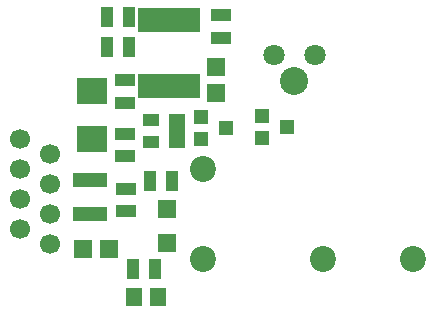
<source format=gbr>
G04 #@! TF.FileFunction,Soldermask,Top*
%FSLAX46Y46*%
G04 Gerber Fmt 4.6, Leading zero omitted, Abs format (unit mm)*
G04 Created by KiCad (PCBNEW 4.0.7-e2-6376~58~ubuntu16.04.1) date Sun Jan 14 05:36:03 2018*
%MOMM*%
%LPD*%
G01*
G04 APERTURE LIST*
%ADD10C,0.100000*%
%ADD11R,1.100000X1.700000*%
%ADD12C,1.700000*%
%ADD13C,1.797000*%
%ADD14C,2.381000*%
%ADD15R,1.700000X1.100000*%
%ADD16R,1.300000X1.200000*%
%ADD17R,1.400000X1.650000*%
%ADD18C,2.200000*%
%ADD19R,2.900000X1.300000*%
%ADD20R,0.750000X2.000000*%
%ADD21R,2.559000X2.178000*%
%ADD22R,1.600000X1.600000*%
%ADD23R,1.460000X1.050000*%
G04 APERTURE END LIST*
D10*
D11*
X151127500Y-92824300D03*
X149227500Y-92824300D03*
D12*
X141922500Y-108204000D03*
X141922500Y-105664000D03*
X141922500Y-103124000D03*
X141922500Y-110744000D03*
X144462500Y-104394000D03*
X144462500Y-106934000D03*
X144462500Y-109474000D03*
X144462500Y-112014000D03*
D13*
X166870260Y-96019620D03*
X163370260Y-96019620D03*
D14*
X165120260Y-98249620D03*
D15*
X150898860Y-107332740D03*
X150898860Y-109232740D03*
X150771860Y-104584540D03*
X150771860Y-102684540D03*
X150807420Y-100043020D03*
X150807420Y-98143020D03*
D11*
X154795260Y-106641900D03*
X152895260Y-106641900D03*
D15*
X158940500Y-92636300D03*
X158940500Y-94536300D03*
D16*
X162391380Y-101180860D03*
X162391380Y-103080860D03*
X164491380Y-102130860D03*
D17*
X153537160Y-116481860D03*
X151537160Y-116481860D03*
D18*
X157416500Y-113317020D03*
X167576500Y-113317020D03*
X175196500Y-113317020D03*
X157416500Y-105697020D03*
D19*
X147835620Y-106568580D03*
X147835620Y-109468580D03*
D20*
X152220500Y-98672300D03*
X152870500Y-98672300D03*
X153520500Y-98672300D03*
X154170500Y-98672300D03*
X154820500Y-98672300D03*
X155470500Y-98672300D03*
X156120500Y-98672300D03*
X156770500Y-98672300D03*
X156770500Y-93072300D03*
X156120500Y-93072300D03*
X155470500Y-93072300D03*
X154820500Y-93072300D03*
X154170500Y-93072300D03*
X153520500Y-93072300D03*
X152870500Y-93072300D03*
X152220500Y-93072300D03*
D21*
X147980400Y-99098100D03*
X147980400Y-103162100D03*
D22*
X154348180Y-109087460D03*
X154348180Y-111887460D03*
D16*
X157240260Y-101241820D03*
X157240260Y-103141820D03*
X159340260Y-102191820D03*
D11*
X153344920Y-114170460D03*
X151444920Y-114170460D03*
X151127500Y-95364300D03*
X149227500Y-95364300D03*
D23*
X155156260Y-103400940D03*
X155156260Y-102450940D03*
X155156260Y-101500940D03*
X152956260Y-101500940D03*
X152956260Y-103400940D03*
D22*
X158483300Y-97027820D03*
X158483300Y-99227820D03*
X149397900Y-112448340D03*
X147197900Y-112448340D03*
M02*

</source>
